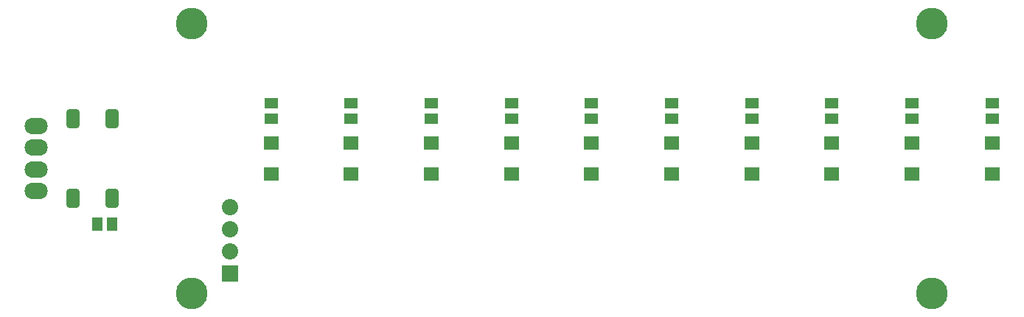
<source format=gts>
G04*
G04 #@! TF.GenerationSoftware,Altium Limited,Altium Designer,22.9.1 (49)*
G04*
G04 Layer_Color=8388736*
%FSLAX44Y44*%
%MOMM*%
G71*
G04*
G04 #@! TF.SameCoordinates,C968DB6C-065F-4184-BE5B-E643EC6D71FD*
G04*
G04*
G04 #@! TF.FilePolarity,Negative*
G04*
G01*
G75*
%ADD16R,1.7500X1.6500*%
%ADD17R,1.5000X1.3000*%
%ADD18R,1.3000X1.5000*%
G04:AMPARAMS|DCode=19|XSize=1.55mm|YSize=2.25mm|CornerRadius=0.425mm|HoleSize=0mm|Usage=FLASHONLY|Rotation=0.000|XOffset=0mm|YOffset=0mm|HoleType=Round|Shape=RoundedRectangle|*
%AMROUNDEDRECTD19*
21,1,1.5500,1.4000,0,0,0.0*
21,1,0.7000,2.2500,0,0,0.0*
1,1,0.8500,0.3500,-0.7000*
1,1,0.8500,-0.3500,-0.7000*
1,1,0.8500,-0.3500,0.7000*
1,1,0.8500,0.3500,0.7000*
%
%ADD19ROUNDEDRECTD19*%
%ADD20O,2.6500X1.9000*%
%ADD21R,1.8750X1.8750*%
%ADD22C,1.8750*%
%ADD23C,3.6500*%
D16*
X1139000Y203000D02*
D03*
Y167000D02*
D03*
X1047000Y203000D02*
D03*
Y167000D02*
D03*
X955000Y203000D02*
D03*
Y167000D02*
D03*
X863000Y203000D02*
D03*
Y167000D02*
D03*
X771000Y203000D02*
D03*
Y167000D02*
D03*
X679000Y203000D02*
D03*
Y167000D02*
D03*
X587000Y203000D02*
D03*
Y167000D02*
D03*
X495000Y203000D02*
D03*
Y167000D02*
D03*
X403000Y203000D02*
D03*
Y167000D02*
D03*
X311000Y203000D02*
D03*
Y167000D02*
D03*
D17*
X1139000Y231250D02*
D03*
Y248750D02*
D03*
X1047000Y231250D02*
D03*
Y248750D02*
D03*
X955000Y231250D02*
D03*
Y248750D02*
D03*
X863000Y231250D02*
D03*
Y248750D02*
D03*
X771000Y231250D02*
D03*
Y248750D02*
D03*
X679000Y231250D02*
D03*
Y248750D02*
D03*
X587000Y231250D02*
D03*
Y248750D02*
D03*
X495000Y231250D02*
D03*
Y248750D02*
D03*
X403000Y231250D02*
D03*
Y248750D02*
D03*
X311000Y231250D02*
D03*
Y248750D02*
D03*
D18*
X111250Y110000D02*
D03*
X128750D02*
D03*
D19*
X128500Y139500D02*
D03*
X83500D02*
D03*
Y230500D02*
D03*
X128500D02*
D03*
D20*
X41000Y197500D02*
D03*
Y147500D02*
D03*
Y172500D02*
D03*
Y222500D02*
D03*
D21*
X264000Y52800D02*
D03*
D22*
Y78200D02*
D03*
Y103600D02*
D03*
Y129000D02*
D03*
D23*
X1070000Y30000D02*
D03*
Y340000D02*
D03*
X220000Y30000D02*
D03*
Y340000D02*
D03*
M02*

</source>
